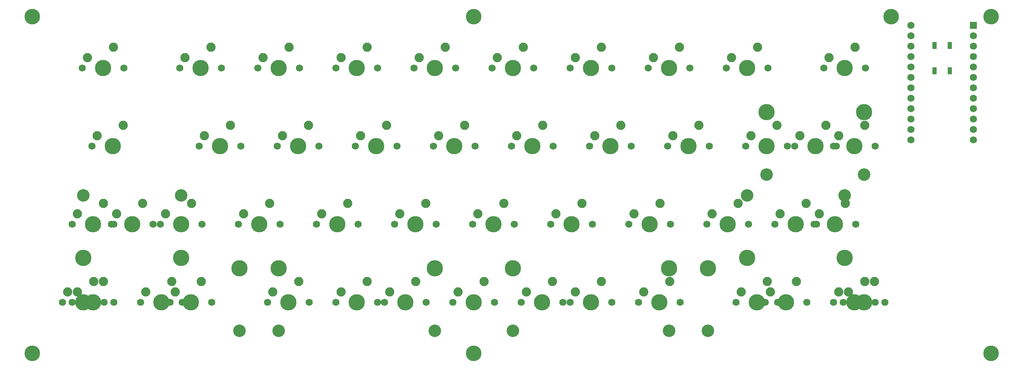
<source format=gbr>
%TF.GenerationSoftware,KiCad,Pcbnew,(5.1.9)-1*%
%TF.CreationDate,2022-03-10T13:39:28-08:00*%
%TF.ProjectId,warpstone - diode array,77617270-7374-46f6-9e65-202d2064696f,rev?*%
%TF.SameCoordinates,Original*%
%TF.FileFunction,Soldermask,Bot*%
%TF.FilePolarity,Negative*%
%FSLAX46Y46*%
G04 Gerber Fmt 4.6, Leading zero omitted, Abs format (unit mm)*
G04 Created by KiCad (PCBNEW (5.1.9)-1) date 2022-03-10 13:39:28*
%MOMM*%
%LPD*%
G01*
G04 APERTURE LIST*
%ADD10C,2.250000*%
%ADD11C,3.987800*%
%ADD12C,1.750000*%
%ADD13C,3.800000*%
%ADD14C,1.752600*%
%ADD15R,1.752600X1.752600*%
%ADD16C,3.048000*%
%ADD17R,1.100000X1.800000*%
G04 APERTURE END LIST*
D10*
%TO.C,MX15*%
X133509300Y-52070240D03*
D11*
X130969300Y-57150240D03*
D10*
X127159300Y-54610240D03*
D12*
X125889300Y-57150240D03*
X136049300Y-57150240D03*
%TD*%
D10*
%TO.C,MX18*%
X190659540Y-52070240D03*
D11*
X188119540Y-57150240D03*
D10*
X184309540Y-54610240D03*
D12*
X183039540Y-57150240D03*
X193199540Y-57150240D03*
%TD*%
D10*
%TO.C,MX17*%
X171609460Y-52070240D03*
D11*
X169069460Y-57150240D03*
D10*
X165259460Y-54610240D03*
D12*
X163989460Y-57150240D03*
X174149460Y-57150240D03*
%TD*%
D13*
%TO.C,REF\u002A\u002A*%
X135731364Y-25598459D03*
%TD*%
%TO.C,REF\u002A\u002A*%
X237529887Y-25598459D03*
%TD*%
%TO.C,REF\u002A\u002A*%
X261937720Y-25598459D03*
%TD*%
%TO.C,REF\u002A\u002A*%
X261937720Y-107751653D03*
%TD*%
%TO.C,REF\u002A\u002A*%
X135731364Y-107751653D03*
%TD*%
%TO.C,REF\u002A\u002A*%
X27979711Y-107751653D03*
%TD*%
%TO.C,REF\u002A\u002A*%
X27979711Y-25598459D03*
%TD*%
D14*
%TO.C,U1*%
X242411460Y-27701910D03*
X257651460Y-55641910D03*
X242411460Y-30241910D03*
X242411460Y-32781910D03*
X242411460Y-35321910D03*
X242411460Y-37861910D03*
X242411460Y-40401910D03*
X242411460Y-42941910D03*
X242411460Y-45481910D03*
X242411460Y-48021910D03*
X242411460Y-50561910D03*
X242411460Y-53101910D03*
X242411460Y-55641910D03*
X257651460Y-53101910D03*
X257651460Y-50561910D03*
X257651460Y-48021910D03*
X257651460Y-45481910D03*
X257651460Y-42941910D03*
X257651460Y-40401910D03*
X257651460Y-37861910D03*
X257651460Y-35321910D03*
X257651460Y-32781910D03*
X257651460Y-30241910D03*
D15*
X257651460Y-27701910D03*
%TD*%
D10*
%TO.C,MX30-2.75u1*%
X216853400Y-71120320D03*
D11*
X214313400Y-76200320D03*
D10*
X210503400Y-73660320D03*
D12*
X209233400Y-76200320D03*
X219393400Y-76200320D03*
D16*
X202407150Y-69215320D03*
X226219650Y-69215320D03*
D11*
X202407150Y-84455320D03*
X226219650Y-84455320D03*
%TD*%
D10*
%TO.C,MX21-2.25u1*%
X54927720Y-71120320D03*
D11*
X52387720Y-76200320D03*
D10*
X48577720Y-73660320D03*
D12*
X47307720Y-76200320D03*
X57467720Y-76200320D03*
D16*
X40481470Y-69215320D03*
X64293970Y-69215320D03*
D11*
X40481470Y-84455320D03*
X64293970Y-84455320D03*
%TD*%
D10*
%TO.C,MX11*%
X50165200Y-52070240D03*
D11*
X47625200Y-57150240D03*
D10*
X43815200Y-54610240D03*
D12*
X42545200Y-57150240D03*
%TD*%
D10*
%TO.C,MX20-2.25u1*%
X221615920Y-52070240D03*
D11*
X219075920Y-57150240D03*
D10*
X215265920Y-54610240D03*
D12*
X213995920Y-57150240D03*
X224155920Y-57150240D03*
D16*
X207169670Y-64135240D03*
X230982170Y-64135240D03*
D11*
X207169670Y-48895240D03*
X230982170Y-48895240D03*
%TD*%
D10*
%TO.C,MX38-1u1*%
X233522220Y-90170400D03*
D11*
X230982220Y-95250400D03*
D10*
X227172220Y-92710400D03*
D12*
X225902220Y-95250400D03*
X236062220Y-95250400D03*
%TD*%
D10*
%TO.C,MX37-1u1*%
X214472140Y-90170400D03*
D11*
X211932140Y-95250400D03*
D10*
X208122140Y-92710400D03*
D12*
X206852140Y-95250400D03*
X217012140Y-95250400D03*
%TD*%
D10*
%TO.C,MX32-1u1*%
X62071500Y-90170400D03*
D11*
X59531500Y-95250400D03*
D10*
X55721500Y-92710400D03*
D12*
X54451500Y-95250400D03*
X64611500Y-95250400D03*
%TD*%
D10*
%TO.C,MX31-1u1*%
X43021420Y-90170400D03*
D11*
X40481420Y-95250400D03*
D10*
X36671420Y-92710400D03*
D12*
X35401420Y-95250400D03*
X45561420Y-95250400D03*
%TD*%
D10*
%TO.C,MX34-7u1*%
X138271820Y-90170400D03*
D11*
X135731820Y-95250400D03*
D10*
X131921820Y-92710400D03*
D12*
X130651820Y-95250400D03*
X140811820Y-95250400D03*
D16*
X78581820Y-102235400D03*
X192881820Y-102235400D03*
D11*
X78581820Y-86995400D03*
X192881820Y-86995400D03*
%TD*%
%TO.C,MX34-6u1*%
X183356820Y-86995400D03*
X88106820Y-86995400D03*
D16*
X183356820Y-102235400D03*
X88106820Y-102235400D03*
D12*
X140811820Y-95250400D03*
X130651820Y-95250400D03*
D10*
X131921820Y-92710400D03*
D11*
X135731820Y-95250400D03*
D10*
X138271820Y-90170400D03*
%TD*%
%TO.C,MX35-3u1*%
X166846940Y-90170400D03*
X160496940Y-92710400D03*
D11*
X164306940Y-95250400D03*
D12*
X159226940Y-95250400D03*
X169386940Y-95250400D03*
D16*
X145256940Y-102235400D03*
X183356940Y-102235400D03*
D11*
X145256940Y-86995400D03*
X183356940Y-86995400D03*
%TD*%
D10*
%TO.C,MX34-3u1*%
X109696700Y-90170400D03*
X103346700Y-92710400D03*
D11*
X107156700Y-95250400D03*
D12*
X102076700Y-95250400D03*
X112236700Y-95250400D03*
D16*
X88106700Y-102235400D03*
X126206700Y-102235400D03*
D11*
X88106700Y-86995400D03*
X126206700Y-86995400D03*
%TD*%
D17*
%TO.C,SW1*%
X251881460Y-38818780D03*
X251881460Y-32618780D03*
X248181460Y-38818780D03*
X248181460Y-32618780D03*
%TD*%
D10*
%TO.C,MX38*%
X231140960Y-90170400D03*
D11*
X228600960Y-95250400D03*
D10*
X224790960Y-92710400D03*
D12*
X223520960Y-95250400D03*
X233680960Y-95250400D03*
%TD*%
D10*
%TO.C,MX37*%
X207328360Y-90170400D03*
D11*
X204788360Y-95250400D03*
D10*
X200978360Y-92710400D03*
D12*
X199708360Y-95250400D03*
X209868360Y-95250400D03*
%TD*%
D10*
%TO.C,MX36*%
X183515760Y-90170400D03*
D11*
X180975760Y-95250400D03*
D10*
X177165760Y-92710400D03*
D12*
X175895760Y-95250400D03*
X186055760Y-95250400D03*
%TD*%
D10*
%TO.C,MX35*%
X154940640Y-90170400D03*
D11*
X152400640Y-95250400D03*
D10*
X148590640Y-92710400D03*
D12*
X147320640Y-95250400D03*
X157480640Y-95250400D03*
%TD*%
D10*
%TO.C,MX34*%
X121603000Y-90170400D03*
D11*
X119063000Y-95250400D03*
D10*
X115253000Y-92710400D03*
D12*
X113983000Y-95250400D03*
X124143000Y-95250400D03*
%TD*%
D10*
%TO.C,MX33*%
X93027880Y-90170400D03*
D11*
X90487880Y-95250400D03*
D10*
X86677880Y-92710400D03*
D12*
X85407880Y-95250400D03*
X95567880Y-95250400D03*
%TD*%
D10*
%TO.C,MX32*%
X69215280Y-90170400D03*
D11*
X66675280Y-95250400D03*
D10*
X62865280Y-92710400D03*
D12*
X61595280Y-95250400D03*
X71755280Y-95250400D03*
%TD*%
D10*
%TO.C,MX31*%
X45402680Y-90170400D03*
D11*
X42862680Y-95250400D03*
D10*
X39052680Y-92710400D03*
D12*
X37782680Y-95250400D03*
X47942680Y-95250400D03*
%TD*%
D10*
%TO.C,MX30*%
X226378440Y-71120320D03*
D11*
X223838440Y-76200320D03*
D10*
X220028440Y-73660320D03*
D12*
X218758440Y-76200320D03*
X228918440Y-76200320D03*
%TD*%
D10*
%TO.C,MX29*%
X200184580Y-71120320D03*
D11*
X197644580Y-76200320D03*
D10*
X193834580Y-73660320D03*
D12*
X192564580Y-76200320D03*
X202724580Y-76200320D03*
%TD*%
D10*
%TO.C,MX28*%
X181134500Y-71120320D03*
D11*
X178594500Y-76200320D03*
D10*
X174784500Y-73660320D03*
D12*
X173514500Y-76200320D03*
X183674500Y-76200320D03*
%TD*%
D10*
%TO.C,MX27*%
X162084420Y-71120320D03*
D11*
X159544420Y-76200320D03*
D10*
X155734420Y-73660320D03*
D12*
X154464420Y-76200320D03*
X164624420Y-76200320D03*
%TD*%
D10*
%TO.C,MX26*%
X143034340Y-71120320D03*
D11*
X140494340Y-76200320D03*
D10*
X136684340Y-73660320D03*
D12*
X135414340Y-76200320D03*
X145574340Y-76200320D03*
%TD*%
D10*
%TO.C,MX25*%
X123984260Y-71120320D03*
D11*
X121444260Y-76200320D03*
D10*
X117634260Y-73660320D03*
D12*
X116364260Y-76200320D03*
X126524260Y-76200320D03*
%TD*%
D10*
%TO.C,MX24*%
X104934180Y-71120320D03*
D11*
X102394180Y-76200320D03*
D10*
X98584180Y-73660320D03*
D12*
X97314180Y-76200320D03*
X107474180Y-76200320D03*
%TD*%
D10*
%TO.C,MX23*%
X85884100Y-71120320D03*
D11*
X83344100Y-76200320D03*
D10*
X79534100Y-73660320D03*
D12*
X78264100Y-76200320D03*
X88424100Y-76200320D03*
%TD*%
D10*
%TO.C,MX22*%
X66834020Y-71120320D03*
D11*
X64294020Y-76200320D03*
D10*
X60484020Y-73660320D03*
D12*
X59214020Y-76200320D03*
X69374020Y-76200320D03*
%TD*%
D10*
%TO.C,MX21*%
X45402680Y-71120320D03*
D11*
X42862680Y-76200320D03*
D10*
X39052680Y-73660320D03*
D12*
X37782680Y-76200320D03*
X47942680Y-76200320D03*
%TD*%
D10*
%TO.C,MX20*%
X231140960Y-52070240D03*
D11*
X228600960Y-57150240D03*
D10*
X224790960Y-54610240D03*
D12*
X223520960Y-57150240D03*
X233680960Y-57150240D03*
%TD*%
D10*
%TO.C,MX19*%
X209709620Y-52070240D03*
D11*
X207169620Y-57150240D03*
D10*
X203359620Y-54610240D03*
D12*
X202089620Y-57150240D03*
X212249620Y-57150240D03*
%TD*%
D10*
%TO.C,MX16*%
X152559380Y-52070240D03*
D11*
X150019380Y-57150240D03*
D10*
X146209380Y-54610240D03*
D12*
X144939380Y-57150240D03*
X155099380Y-57150240D03*
%TD*%
D10*
%TO.C,MX14*%
X114459220Y-52070240D03*
D11*
X111919220Y-57150240D03*
D10*
X108109220Y-54610240D03*
D12*
X106839220Y-57150240D03*
X116999220Y-57150240D03*
%TD*%
D10*
%TO.C,MX13*%
X95409140Y-52070240D03*
D11*
X92869140Y-57150240D03*
D10*
X89059140Y-54610240D03*
D12*
X87789140Y-57150240D03*
X97949140Y-57150240D03*
%TD*%
D10*
%TO.C,MX12*%
X76359060Y-52070240D03*
D11*
X73819060Y-57150240D03*
D10*
X70009060Y-54610240D03*
D12*
X68739060Y-57150240D03*
X78899060Y-57150240D03*
%TD*%
D10*
%TO.C,MX10*%
X228759700Y-33020160D03*
D11*
X226219700Y-38100160D03*
D10*
X222409700Y-35560160D03*
D12*
X221139700Y-38100160D03*
X231299700Y-38100160D03*
%TD*%
D10*
%TO.C,MX9*%
X204947100Y-33020160D03*
D11*
X202407100Y-38100160D03*
D10*
X198597100Y-35560160D03*
D12*
X197327100Y-38100160D03*
X207487100Y-38100160D03*
%TD*%
D10*
%TO.C,MX8*%
X185897020Y-33020160D03*
D11*
X183357020Y-38100160D03*
D10*
X179547020Y-35560160D03*
D12*
X178277020Y-38100160D03*
X188437020Y-38100160D03*
%TD*%
D10*
%TO.C,MX7*%
X166846940Y-33020160D03*
D11*
X164306940Y-38100160D03*
D10*
X160496940Y-35560160D03*
D12*
X159226940Y-38100160D03*
X169386940Y-38100160D03*
%TD*%
D10*
%TO.C,MX6*%
X147796860Y-33020160D03*
D11*
X145256860Y-38100160D03*
D10*
X141446860Y-35560160D03*
D12*
X140176860Y-38100160D03*
X150336860Y-38100160D03*
%TD*%
D10*
%TO.C,MX5*%
X128746780Y-33020160D03*
D11*
X126206780Y-38100160D03*
D10*
X122396780Y-35560160D03*
D12*
X121126780Y-38100160D03*
X131286780Y-38100160D03*
%TD*%
D10*
%TO.C,MX4*%
X109696700Y-33020160D03*
D11*
X107156700Y-38100160D03*
D10*
X103346700Y-35560160D03*
D12*
X102076700Y-38100160D03*
X112236700Y-38100160D03*
%TD*%
D10*
%TO.C,MX3*%
X90646620Y-33020160D03*
D11*
X88106620Y-38100160D03*
D10*
X84296620Y-35560160D03*
D12*
X83026620Y-38100160D03*
X93186620Y-38100160D03*
%TD*%
D10*
%TO.C,MX2*%
X71596540Y-33020160D03*
D11*
X69056540Y-38100160D03*
D10*
X65246540Y-35560160D03*
D12*
X63976540Y-38100160D03*
X74136540Y-38100160D03*
%TD*%
D10*
%TO.C,MX1*%
X47783940Y-33020160D03*
D11*
X45243940Y-38100160D03*
D10*
X41433940Y-35560160D03*
D12*
X40163940Y-38100160D03*
X50323940Y-38100160D03*
%TD*%
M02*

</source>
